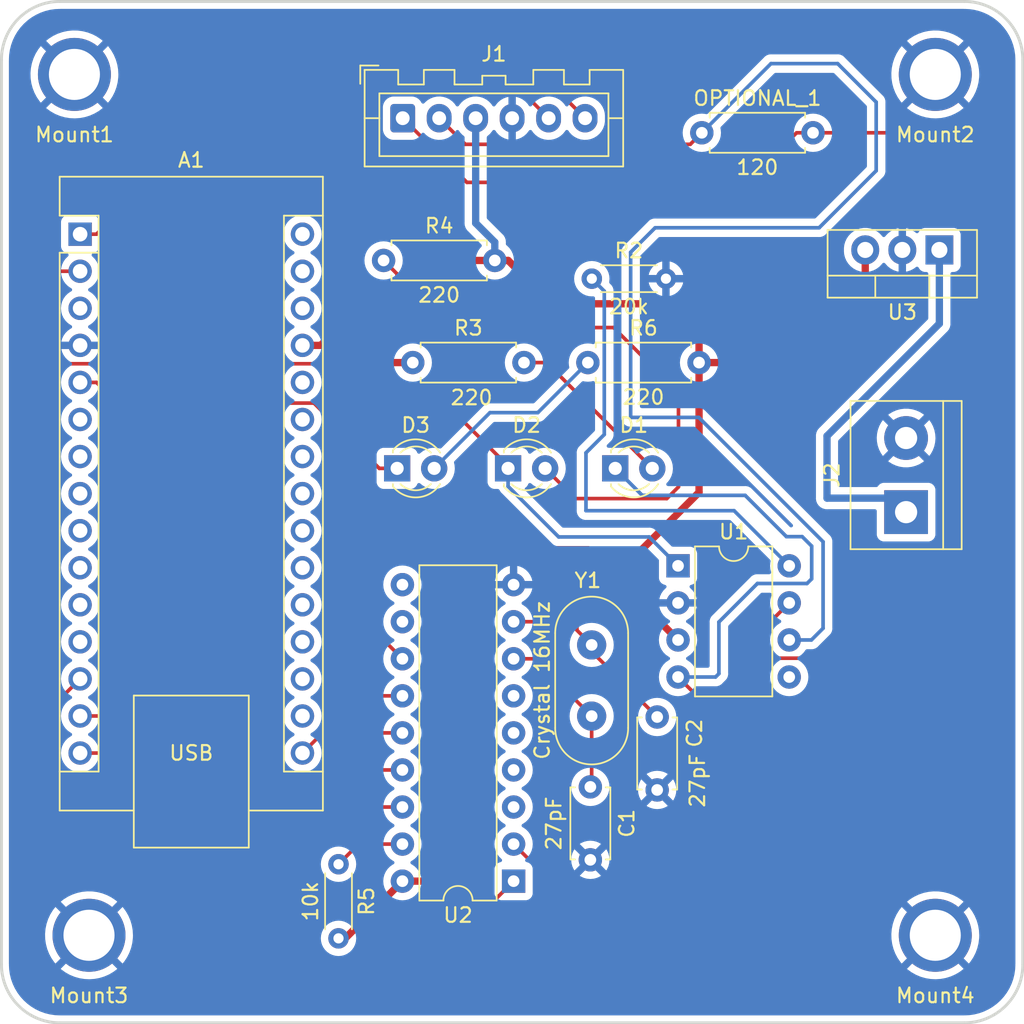
<source format=kicad_pcb>
(kicad_pcb (version 20211014) (generator pcbnew)
  (layers (0 "F.Cu" signal) (31 "B.Cu" signal) (34 "B.Paste" user) (35 "F.Paste" user) (36 "B.SilkS" user "B.Silkscreen") (37 "F.SilkS" user "F.Silkscreen") (38 "B.Mask" user) (39 "F.Mask" user) (44 "Edge.Cuts" user))
  (net 0 "")
  (net 1 "NEX_RX")
  (net 2 "NEX_TX")
  (net 4 "GND")
  (net 5 "NANO 2")
  (net 13 "D10")
  (net 14 "D11")
  (net 15 "D12")
  (net 16 "D13")
  (net 27 "5V")
  (net 31 "/Osc Cap 1")
  (net 32 "/Osc Cap 2")
  (net 33 "CAN_RX")
  (net 34 "/Recive LED")
  (net 35 "CAN_TX")
  (net 36 "/Transmit LED")
  (net 37 "/Nano Com LED")
  (net 38 "CANH")
  (net 39 "CANL")
  (net 40 "12V")
  (net 41 "/Rs Pin")
  (net 47 "/Reset Pin")
  (footprint "Resistor_THT:R_Axial_DIN0207_L6.3mm_D2.5mm_P7.62mm_Horizontal" (layer "F.Cu") (at 46.19 42.75)
    (fp_text reference "R3" (at 3.81 -2.37) (layer "F.SilkS"))
    (fp_text value "220" (at 4.03 2.4) (layer "F.SilkS"))
    (fp_line (start 0.54 -1.04) (end 0.54 -1.37) (layer "F.SilkS") (width 0.12))
    (fp_line (start 0.54 1.04) (end 0.54 1.37) (layer "F.SilkS") (width 0.12))
    (fp_line (start 7.08 1.37) (end 7.08 1.04) (layer "F.SilkS") (width 0.12))
    (fp_line (start 0.54 1.37) (end 7.08 1.37) (layer "F.SilkS") (width 0.12))
    (fp_line (start 0.54 -1.37) (end 7.08 -1.37) (layer "F.SilkS") (width 0.12))
    (fp_line (start 7.08 -1.37) (end 7.08 -1.04) (layer "F.SilkS") (width 0.12))
    (pad "1" thru_hole circle (at 0 0) (size 1.6 1.6) (drill 0.8) (layers *.Cu *.Mask) (net 27 "5V"))
    (pad "2" thru_hole oval (at 7.62 0) (size 1.6 1.6) (drill 0.8) (layers *.Cu *.Mask) (net 34 "/Recive LED"))
  )
  (footprint "Package_TO_SOT_THT:TO-220-3_Vertical" (layer "F.Cu") (at 82.28 35.03 180)
    (fp_text reference "U3" (at 2.54 -4.27) (layer "F.SilkS"))
    (fp_text value "LM7805_TO220")
    (fp_line (start 7.66 -3.27) (end 7.66 1.371) (layer "F.SilkS") (width 0.12))
    (fp_line (start 0.69 -3.27) (end 0.69 -1.76) (layer "F.SilkS") (width 0.12))
    (fp_line (start -2.58 -3.27) (end -2.58 1.371) (layer "F.SilkS") (width 0.12))
    (fp_line (start -2.58 1.371) (end 7.66 1.371) (layer "F.SilkS") (width 0.12))
    (fp_line (start 4.391 -3.27) (end 4.391 -1.76) (layer "F.SilkS") (width 0.12))
    (fp_line (start -2.58 -3.27) (end 7.66 -3.27) (layer "F.SilkS") (width 0.12))
    (fp_line (start -2.58 -1.76) (end 7.66 -1.76) (layer "F.SilkS") (width 0.12))
    (pad "1" thru_hole rect (at 0 0 180) (size 1.905 2) (drill 1.1) (layers *.Cu *.Mask) (net 40 "12V"))
    (pad "2" thru_hole oval (at 2.54 0 180) (size 1.905 2) (drill 1.1) (layers *.Cu *.Mask) (net 4 "GND"))
    (pad "3" thru_hole oval (at 5.08 0 180) (size 1.905 2) (drill 1.1) (layers *.Cu *.Mask) (net 27 "5V"))
  )
  (footprint "Capacitor_THT:C_Disc_D4.7mm_W2.5mm_P5.00mm" (layer "F.Cu") (at 58.36 71.83 -90)
    (fp_text reference "C1" (at 2.5 -2.5 90) (layer "F.SilkS"))
    (fp_text value "27pF" (at 2.5 2.5 90) (layer "F.SilkS"))
    (fp_line (start 4.97 -1.37) (end 4.97 -1.055) (layer "F.SilkS") (width 0.12))
    (fp_line (start 4.97 1.055) (end 4.97 1.37) (layer "F.SilkS") (width 0.12))
    (fp_line (start 0.03 -1.37) (end 0.03 -1.055) (layer "F.SilkS") (width 0.12))
    (fp_line (start 0.03 -1.37) (end 4.97 -1.37) (layer "F.SilkS") (width 0.12))
    (fp_line (start 0.03 1.37) (end 4.97 1.37) (layer "F.SilkS") (width 0.12))
    (fp_line (start 0.03 1.055) (end 0.03 1.37) (layer "F.SilkS") (width 0.12))
    (pad "1" thru_hole circle (at 0 0 270) (size 1.6 1.6) (drill 0.8) (layers *.Cu *.Mask) (net 31 "/Osc Cap 1"))
    (pad "2" thru_hole circle (at 5 0 270) (size 1.6 1.6) (drill 0.8) (layers *.Cu *.Mask) (net 4 "GND"))
  )
  (footprint "MountingHole:MountingHole_3.5mm_Pad" (layer "F.Cu") (at 82 82)
    (fp_text reference "Mount4" (at 0 4.13) (layer "F.SilkS"))
    (fp_text value "MountingHole_3.5mm_Pad")
    (pad "1" thru_hole circle (at 0 0) (size 5 5) (drill 3.5) (layers *.Cu *.Mask) (net 4 "GND"))
  )
  (footprint "MountingHole:MountingHole_3.5mm_Pad" (layer "F.Cu") (at 82 23)
    (fp_text reference "Mount2" (at 0 4.13) (layer "F.SilkS"))
    (fp_text value "MountingHole_3.5mm_Pad")
    (pad "1" thru_hole circle (at 0 0) (size 5 5) (drill 3.5) (layers *.Cu *.Mask) (net 4 "GND"))
  )
  (footprint "MountingHole:MountingHole_3.5mm_Pad" (layer "F.Cu") (at 24 82)
    (fp_text reference "Mount3" (at 0 4.13) (layer "F.SilkS"))
    (fp_text value "MountingHole_3.5mm_Pad")
    (pad "1" thru_hole circle (at 0 0) (size 5 5) (drill 3.5) (layers *.Cu *.Mask) (net 4 "GND"))
  )
  (footprint "MountingHole:MountingHole_3.5mm_Pad" (layer "F.Cu") (at 23 23)
    (fp_text reference "Mount1" (at 0 4.13) (layer "F.SilkS"))
    (fp_text value "MountingHole_3.5mm_Pad")
    (pad "1" thru_hole circle (at 0 0) (size 5 5) (drill 3.5) (layers *.Cu *.Mask) (net 4 "GND"))
  )
  (footprint "Module:Arduino_Nano" (layer "F.Cu") (at 23.39 33.95)
    (fp_text reference "A1" (at 7.62 -5.08) (layer "F.SilkS"))
    (fp_text value "Arduino_Nano_v2.x")
    (fp_text user "USB" (at 7.62 35.56 unlocked) (layer "F.SilkS"))
    (fp_line (start 16.64 -3.94) (end -1.4 -3.94) (layer "F.SilkS") (width 0.12))
    (fp_line (start -1.4 1.27) (end -1.4 39.5) (layer "F.SilkS") (width 0.12))
    (fp_line (start 16.64 39.5) (end 16.64 -3.94) (layer "F.SilkS") (width 0.12))
    (fp_line (start 13.97 -1.27) (end 13.97 36.83) (layer "F.SilkS") (width 0.12))
    (fp_line (start 11.56 42.04) (end 3.68 42.04) (layer "F.SilkS") (width 0.12))
    (fp_line (start 1.27 1.27) (end 1.27 -1.27) (layer "F.SilkS") (width 0.12))
    (fp_line (start 1.27 1.27) (end 1.27 36.83) (layer "F.SilkS") (width 0.12))
    (fp_line (start -1.4 -3.94) (end -1.4 -1.27) (layer "F.SilkS") (width 0.12))
    (fp_line (start 13.97 36.83) (end 16.64 36.83) (layer "F.SilkS") (width 0.12))
    (fp_line (start 1.27 -1.27) (end -1.4 -1.27) (layer "F.SilkS") (width 0.12))
    (fp_line (start 1.27 36.83) (end -1.4 36.83) (layer "F.SilkS") (width 0.12))
    (fp_line (start 11.56 31.62) (end 11.56 42.04) (layer "F.SilkS") (width 0.12))
    (fp_line (start 1.27 1.27) (end -1.4 1.27) (layer "F.SilkS") (width 0.12))
    (fp_line (start 3.68 42.04) (end 3.68 31.62) (layer "F.SilkS") (width 0.12))
    (fp_line (start 16.64 39.5) (end 11.56 39.5) (layer "F.SilkS") (width 0.12))
    (fp_line (start -1.4 39.5) (end 3.68 39.5) (layer "F.SilkS") (width 0.12))
    (fp_line (start 13.97 -1.27) (end 16.64 -1.27) (layer "F.SilkS") (width 0.12))
    (fp_line (start 3.68 31.62) (end 11.56 31.62) (layer "F.SilkS") (width 0.12))
    (pad "1" thru_hole rect (at 0 0) (size 1.6 1.6) (drill 1) (layers *.Cu *.Mask) (net 1 "NEX_RX"))
    (pad "2" thru_hole oval (at 0 2.54) (size 1.6 1.6) (drill 1) (layers *.Cu *.Mask) (net 2 "NEX_TX"))
    (pad "3" thru_hole oval (at 0 5.08) (size 1.6 1.6) (drill 1) (layers *.Cu *.Mask))
    (pad "4" thru_hole oval (at 0 7.62) (size 1.6 1.6) (drill 1) (layers *.Cu *.Mask) (net 4 "GND"))
    (pad "5" thru_hole oval (at 0 10.16) (size 1.6 1.6) (drill 1) (layers *.Cu *.Mask) (net 5 "NANO 2"))
    (pad "6" thru_hole oval (at 0 12.7) (size 1.6 1.6) (drill 1) (layers *.Cu *.Mask))
    (pad "7" thru_hole oval (at 0 15.24) (size 1.6 1.6) (drill 1) (layers *.Cu *.Mask))
    (pad "8" thru_hole oval (at 0 17.78) (size 1.6 1.6) (drill 1) (layers *.Cu *.Mask))
    (pad "9" thru_hole oval (at 0 20.32) (size 1.6 1.6) (drill 1) (layers *.Cu *.Mask))
    (pad "10" thru_hole oval (at 0 22.86) (size 1.6 1.6) (drill 1) (layers *.Cu *.Mask))
    (pad "11" thru_hole oval (at 0 25.4) (size 1.6 1.6) (drill 1) (layers *.Cu *.Mask))
    (pad "12" thru_hole oval (at 0 27.94) (size 1.6 1.6) (drill 1) (layers *.Cu *.Mask))
    (pad "13" thru_hole oval (at 0 30.48) (size 1.6 1.6) (drill 1) (layers *.Cu *.Mask) (net 13 "D10"))
    (pad "14" thru_hole oval (at 0 33.02) (size 1.6 1.6) (drill 1) (layers *.Cu *.Mask) (net 14 "D11"))
    (pad "15" thru_hole oval (at 0 35.56) (size 1.6 1.6) (drill 1) (layers *.Cu *.Mask) (net 15 "D12"))
    (pad "16" thru_hole oval (at 15.24 35.56) (size 1.6 1.6) (drill 1) (layers *.Cu *.Mask) (net 16 "D13"))
    (pad "17" thru_hole oval (at 15.24 33.02) (size 1.6 1.6) (drill 1) (layers *.Cu *.Mask))
    (pad "18" thru_hole oval (at 15.24 30.48) (size 1.6 1.6) (drill 1) (layers *.Cu *.Mask))
    (pad "19" thru_hole oval (at 15.24 27.94) (size 1.6 1.6) (drill 1) (layers *.Cu *.Mask))
    (pad "20" thru_hole oval (at 15.24 25.4) (size 1.6 1.6) (drill 1) (layers *.Cu *.Mask))
    (pad "21" thru_hole oval (at 15.24 22.86) (size 1.6 1.6) (drill 1) (layers *.Cu *.Mask))
    (pad "22" thru_hole oval (at 15.24 20.32) (size 1.6 1.6) (drill 1) (layers *.Cu *.Mask))
    (pad "23" thru_hole oval (at 15.24 17.78) (size 1.6 1.6) (drill 1) (layers *.Cu *.Mask))
    (pad "24" thru_hole oval (at 15.24 15.24) (size 1.6 1.6) (drill 1) (layers *.Cu *.Mask))
    (pad "25" thru_hole oval (at 15.24 12.7) (size 1.6 1.6) (drill 1) (layers *.Cu *.Mask))
    (pad "26" thru_hole oval (at 15.24 10.16) (size 1.6 1.6) (drill 1) (layers *.Cu *.Mask))
    (pad "27" thru_hole oval (at 15.24 7.62) (size 1.6 1.6) (drill 1) (layers *.Cu *.Mask) (net 27 "5V"))
    (pad "28" thru_hole oval (at 15.24 5.08) (size 1.6 1.6) (drill 1) (layers *.Cu *.Mask))
    (pad "29" thru_hole oval (at 15.24 2.54) (size 1.6 1.6) (drill 1) (layers *.Cu *.Mask))
    (pad "30" thru_hole oval (at 15.24 0) (size 1.6 1.6) (drill 1) (layers *.Cu *.Mask))
  )
  (footprint "Package_DIP:DIP-8_W7.62mm" (layer "F.Cu") (at 64.37 56.68)
    (fp_text reference "U1" (at 3.81 -2.33) (layer "F.SilkS"))
    (fp_text value "MCP2551-I-P")
    (fp_line (start 2.81 -1.33) (end 1.16 -1.33) (layer "F.SilkS") (width 0.12))
    (fp_line (start 6.46 8.95) (end 6.46 -1.33) (layer "F.SilkS") (width 0.12))
    (fp_line (start 1.16 -1.33) (end 1.16 8.95) (layer "F.SilkS") (width 0.12))
    (fp_line (start 1.16 8.95) (end 6.46 8.95) (layer "F.SilkS") (width 0.12))
    (fp_line (start 6.46 -1.33) (end 4.81 -1.33) (layer "F.SilkS") (width 0.12))
    (fp_arc (start 4.81 -1.33) (mid 3.81 -0.33) (end 2.81 -1.33) (layer "F.SilkS") (width 0.12))
    (pad "1" thru_hole rect (at 0 0) (size 1.6 1.6) (drill 0.8) (layers *.Cu *.Mask) (net 35 "CAN_TX"))
    (pad "2" thru_hole oval (at 0 2.54) (size 1.6 1.6) (drill 0.8) (layers *.Cu *.Mask) (net 4 "GND"))
    (pad "3" thru_hole oval (at 0 5.08) (size 1.6 1.6) (drill 0.8) (layers *.Cu *.Mask) (net 27 "5V"))
    (pad "4" thru_hole oval (at 0 7.62) (size 1.6 1.6) (drill 0.8) (layers *.Cu *.Mask) (net 33 "CAN_RX"))
    (pad "5" thru_hole oval (at 7.62 7.62) (size 1.6 1.6) (drill 0.8) (layers *.Cu *.Mask))
    (pad "6" thru_hole oval (at 7.62 5.08) (size 1.6 1.6) (drill 0.8) (layers *.Cu *.Mask) (net 39 "CANL"))
    (pad "7" thru_hole oval (at 7.62 2.54) (size 1.6 1.6) (drill 0.8) (layers *.Cu *.Mask) (net 38 "CANH"))
    (pad "8" thru_hole oval (at 7.62 0) (size 1.6 1.6) (drill 0.8) (layers *.Cu *.Mask) (net 41 "/Rs Pin"))
  )
  (footprint "Resistor_THT:R_Axial_DIN0204_L3.6mm_D1.6mm_P5.08mm_Horizontal" (layer "F.Cu") (at 41.1 77.13 -90)
    (fp_text reference "R5" (at 2.54 -1.92 90) (layer "F.SilkS"))
    (fp_text value "10k" (at 2.54 1.92 90) (layer "F.SilkS"))
    (fp_line (start 0.62 -0.92) (end 4.46 -0.92) (layer "F.SilkS") (width 0.12))
    (fp_line (start 0.62 0.92) (end 4.46 0.92) (layer "F.SilkS") (width 0.12))
    (pad "1" thru_hole circle (at 0 0 270) (size 1.4 1.4) (drill 0.7) (layers *.Cu *.Mask) (net 47 "/Reset Pin"))
    (pad "2" thru_hole oval (at 5.08 0 270) (size 1.4 1.4) (drill 0.7) (layers *.Cu *.Mask) (net 27 "5V"))
  )
  (footprint "LED_THT:LED_D3.0mm" (layer "F.Cu") (at 52.7213 50)
    (fp_text reference "D2" (at 1.27 -2.96) (layer "F.SilkS"))
    (fp_text value "TX COM")
    (fp_line (start -0.29 1.08) (end -0.29 1.236) (layer "F.SilkS") (width 0.12))
    (fp_line (start -0.29 -1.236) (end -0.29 -1.08) (layer "F.SilkS") (width 0.12))
    (fp_arc (start 2.31113 1.079837) (mid 1.270117 1.5) (end 0.229039 1.08) (layer "F.SilkS") (width 0.12))
    (fp_arc (start 0.229039 -1.08) (mid 1.270117 -1.5) (end 2.31113 -1.079837) (layer "F.SilkS") (width 0.12))
    (fp_arc (start -0.29 -1.235516) (mid 1.366487 -1.987659) (end 2.942335 -1.078608) (layer "F.SilkS") (width 0.12))
    (fp_arc (start 2.942335 1.078608) (mid 1.366487 1.987659) (end -0.29 1.235516) (layer "F.SilkS") (width 0.12))
    (pad "1" thru_hole rect (at 0 0) (size 1.8 1.8) (drill 0.9) (layers *.Cu *.Mask) (net 35 "CAN_TX"))
    (pad "2" thru_hole circle (at 2.54 0) (size 1.8 1.8) (drill 0.9) (layers *.Cu *.Mask) (net 36 "/Transmit LED"))
  )
  (footprint "Osc:9B-16.000MAAJ-B" (layer "F.Cu") (at 58.45 64.54 180)
    (fp_text reference "Y1" (at 0.26 6.86) (layer "F.SilkS"))
    (fp_text value "Crystal 16MHz" (at 3.39 0.01 90) (layer "F.SilkS"))
    (fp_line (start 2.5 3.25) (end 2.5 -3.25) (layer "F.SilkS") (width 0.12))
    (fp_line (start -2.5 3.25) (end -2.5 -3.25) (layer "F.SilkS") (width 0.12))
    (fp_arc (start 2.5 3.25) (mid 0 5.75) (end -2.5 3.25) (layer "F.SilkS") (width 0.12))
    (fp_arc (start -2.5 -3.25) (mid 0 -5.75) (end 2.5 -3.25) (layer "F.SilkS") (width 0.12))
    (pad "1" thru_hole circle locked (at 0 -2.44 180) (size 2 2) (drill 0.8) (layers *.Cu *.Mask) (net 31 "/Osc Cap 1"))
    (pad "2" thru_hole circle locked (at 0 2.44 180) (size 2 2) (drill 0.8) (layers *.Cu *.Mask) (net 32 "/Osc Cap 2"))
  )
  (footprint "LED_THT:LED_D3.0mm" (layer "F.Cu") (at 60.0658 50.0005)
    (fp_text reference "D1" (at 1.27 -2.96) (layer "F.SilkS"))
    (fp_text value "RX COM")
    (fp_line (start -0.29 -1.236) (end -0.29 -1.08) (layer "F.SilkS") (width 0.12))
    (fp_line (start -0.29 1.08) (end -0.29 1.236) (layer "F.SilkS") (width 0.12))
    (fp_arc (start 0.229039 -1.08) (mid 1.270117 -1.5) (end 2.31113 -1.079837) (layer "F.SilkS") (width 0.12))
    (fp_arc (start 2.942335 1.078608) (mid 1.366487 1.987659) (end -0.29 1.235516) (layer "F.SilkS") (width 0.12))
    (fp_arc (start -0.29 -1.235516) (mid 1.366487 -1.987659) (end 2.942335 -1.078608) (layer "F.SilkS") (width 0.12))
    (fp_arc (start 2.31113 1.079837) (mid 1.270117 1.5) (end 0.229039 1.08) (layer "F.SilkS") (width 0.12))
    (pad "1" thru_hole rect (at 0 0) (size 1.8 1.8) (drill 0.9) (layers *.Cu *.Mask) (net 33 "CAN_RX"))
    (pad "2" thru_hole circle (at 2.54 0) (size 1.8 1.8) (drill 0.9) (layers *.Cu *.Mask) (net 34 "/Recive LED"))
  )
  (footprint "Package_DIP:DIP-18_W7.62mm" (layer "F.Cu") (at 53.1 78.29 180)
    (fp_text reference "U2" (at 3.81 -2.33) (layer "F.SilkS"))
    (fp_text value "MCP2515-xSO")
    (fp_line (start 6.46 -1.33) (end 4.81 -1.33) (layer "F.SilkS") (width 0.12))
    (fp_line (start 6.46 21.65) (end 6.46 -1.33) (layer "F.SilkS") (width 0.12))
    (fp_line (start 1.16 21.65) (end 6.46 21.65) (layer "F.SilkS") (width 0.12))
    (fp_line (start 1.16 -1.33) (end 1.16 21.65) (layer "F.SilkS") (width 0.12))
    (fp_line (start 2.81 -1.33) (end 1.16 -1.33) (layer "F.SilkS") (width 0.12))
    (fp_arc (start 4.81 -1.33) (mid 3.81 -0.33) (end 2.81 -1.33) (layer "F.SilkS") (width 0.12))
    (pad "1" thru_hole rect (at 0 0 180) (size 1.6 1.6) (drill 0.8) (layers *.Cu *.Mask) (net 35 "CAN_TX"))
    (pad "2" thru_hole oval (at 0 2.54 180) (size 1.6 1.6) (drill 0.8) (layers *.Cu *.Mask) (net 33 "CAN_RX"))
    (pad "3" thru_hole oval (at 0 5.08 180) (size 1.6 1.6) (drill 0.8) (layers *.Cu *.Mask))
    (pad "4" thru_hole oval (at 0 7.62 180) (size 1.6 1.6) (drill 0.8) (layers *.Cu *.Mask))
    (pad "5" thru_hole oval (at 0 10.16 180) (size 1.6 1.6) (drill 0.8) (layers *.Cu *.Mask))
    (pad "6" thru_hole oval (at 0 12.7 180) (size 1.6 1.6) (drill 0.8) (layers *.Cu *.Mask))
    (pad "7" thru_hole oval (at 0 15.24 180) (size 1.6 1.6) (drill 0.8) (layers *.Cu *.Mask) (net 31 "/Osc Cap 1"))
    (pad "8" thru_hole oval (at 0 17.78 180) (size 1.6 1.6) (drill 0.8) (layers *.Cu *.Mask) (net 32 "/Osc Cap 2"))
    (pad "9" thru_hole oval (at 0 20.32 180) (size 1.6 1.6) (drill 0.8) (layers *.Cu *.Mask) (net 4 "GND"))
    (pad "10" thru_hole oval (at 7.62 20.32 180) (size 1.6 1.6) (drill 0.8) (layers *.Cu *.Mask))
    (pad "11" thru_hole oval (at 7.62 17.78 180) (size 1.6 1.6) (drill 0.8) (layers *.Cu *.Mask))
    (pad "12" thru_hole oval (at 7.62 15.24 180) (size 1.6 1.6) (drill 0.8) (layers *.Cu *.Mask) (net 5 "NANO 2"))
    (pad "13" thru_hole oval (at 7.62 12.7 180) (size 1.6 1.6) (drill 0.8) (layers *.Cu *.Mask) (net 16 "D13"))
    (pad "14" thru_hole oval (at 7.62 10.16 180) (size 1.6 1.6) (drill 0.8) (layers *.Cu *.Mask) (net 14 "D11"))
    (pad "15" thru_hole oval (at 7.62 7.62 180) (size 1.6 1.6) (drill 0.8) (layers *.Cu *.Mask) (net 15 "D12"))
    (pad "16" thru_hole oval (at 7.62 5.08 180) (size 1.6 1.6) (drill 0.8) (layers *.Cu *.Mask) (net 13 "D10"))
    (pad "17" thru_hole oval (at 7.62 2.54 180) (size 1.6 1.6) (drill 0.8) (layers *.Cu *.Mask) (net 47 "/Reset Pin"))
    (pad "18" thru_hole oval (at 7.62 0 180) (size 1.6 1.6) (drill 0.8) (layers *.Cu *.Mask) (net 27 "5V"))
  )
  (footprint "Capacitor_THT:C_Disc_D4.7mm_W2.5mm_P5.00mm" (layer "F.Cu") (at 62.94 67.04 -90)
    (fp_text reference "C2" (at 1.11 -2.56 90) (layer "F.SilkS"))
    (fp_text value "27pF" (at 4.36 -2.76 90) (layer "F.SilkS"))
    (fp_line (start 4.97 1.055) (end 4.97 1.37) (layer "F.SilkS") (width 0.12))
    (fp_line (start 0.03 1.37) (end 4.97 1.37) (layer "F.SilkS") (width 0.12))
    (fp_line (start 0.03 -1.37) (end 0.03 -1.055) (layer "F.SilkS") (width 0.12))
    (fp_line (start 4.97 -1.37) (end 4.97 -1.055) (layer "F.SilkS") (width 0.12))
    (fp_line (start 0.03 1.055) (end 0.03 1.37) (layer "F.SilkS") (width 0.12))
    (fp_line (start 0.03 -1.37) (end 4.97 -1.37) (layer "F.SilkS") (width 0.12))
    (pad "1" thru_hole circle (at 0 0 270) (size 1.6 1.6) (drill 0.8) (layers *.Cu *.Mask) (net 32 "/Osc Cap 2"))
    (pad "2" thru_hole circle (at 5 0 270) (size 1.6 1.6) (drill 0.8) (layers *.Cu *.Mask) (net 4 "GND"))
  )
  (footprint "TerminalBlock:TerminalBlock_bornier-2_P5.08mm" (layer "F.Cu") (at 80 53 90)
    (fp_text reference "J2" (at 2.54 -5.08 90) (layer "F.SilkS"))
    (fp_text value "Screw_Terminal_01x02")
    (fp_line (start 7.62 2.54) (end -2.54 2.54) (layer "F.SilkS") (width 0.12))
    (fp_line (start 7.62 -3.81) (end -2.54 -3.81) (layer "F.SilkS") (width 0.12))
    (fp_line (start -2.54 3.81) (end 7.62 3.81) (layer "F.SilkS") (width 0.12))
    (fp_line (start -2.54 -3.81) (end -2.54 3.81) (layer "F.SilkS") (width 0.12))
    (fp_line (start 7.62 3.81) (end 7.62 -3.81) (layer "F.SilkS") (width 0.12))
    (pad "1" thru_hole rect (at 0 0 90) (size 3 3) (drill 1.52) (layers *.Cu *.Mask) (net 40 "12V"))
    (pad "2" thru_hole circle (at 5.08 0 90) (size 3 3) (drill 1.52) (layers *.Cu *.Mask) (net 4 "GND"))
  )
  (footprint "Resistor_THT:R_Axial_DIN0207_L6.3mm_D2.5mm_P7.62mm_Horizontal" (layer "F.Cu") (at 58.19 42.75)
    (fp_text reference "R6" (at 3.81 -2.37) (layer "F.SilkS"))
    (fp_text value "220" (at 3.81 2.37) (layer "F.SilkS"))
    (fp_line (start 7.08 1.37) (end 7.08 1.04) (layer "F.SilkS") (width 0.12))
    (fp_line (start 0.54 -1.37) (end 7.08 -1.37) (layer "F.SilkS") (width 0.12))
    (fp_line (start 7.08 -1.37) (end 7.08 -1.04) (layer "F.SilkS") (width 0.12))
    (fp_line (start 0.54 1.37) (end 7.08 1.37) (layer "F.SilkS") (width 0.12))
    (fp_line (start 0.54 1.04) (end 0.54 1.37) (layer "F.SilkS") (width 0.12))
    (fp_line (start 0.54 -1.04) (end 0.54 -1.37) (layer "F.SilkS") (width 0.12))
    (pad "1" thru_hole circle (at 0 0) (size 1.6 1.6) (drill 0.8) (layers *.Cu *.Mask) (net 37 "/Nano Com LED"))
    (pad "2" thru_hole oval (at 7.62 0) (size 1.6 1.6) (drill 0.8) (layers *.Cu *.Mask) (net 27 "5V"))
  )
  (footprint "Connector_JST:JST_XA_B06B-XASK-1_1x06_P2.50mm_Vertical" (layer "F.Cu") (at 45.5 26)
    (fp_text reference "J1" (at 6.25 -4.4) (layer "F.SilkS"))
    (fp_text value "Conn_01x06_Male")
    (fp_line (start 1.45 -3.31) (end 1.45 -2.31) (layer "F.SilkS") (width 0.12))
    (fp_line (start 1.45 -2.31) (end -0.31 -2.31) (layer "F.SilkS") (width 0.12))
    (fp_line (start 8.95 -2.31) (end 7.05 -2.31) (layer "F.SilkS") (width 0.12))
    (fp_line (start -0.31 -3.31) (end -2.61 -3.31) (layer "F.SilkS") (width 0.12))
    (fp_line (start 11.05 -3.31) (end 8.95 -3.31) (layer "F.SilkS") (width 0.12))
    (fp_line (start -1.66 -3.61) (end -2.91 -3.61) (layer "F.SilkS") (width 0.12))
    (fp_line (start 14.1 2.6) (end 14.1 -1.7) (layer "F.SilkS") (width 0.12))
    (fp_line (start -0.31 -2.31) (end -0.31 -3.31) (layer "F.SilkS") (width 0.12))
    (fp_line (start 11.05 -2.31) (end 11.05 -3.31) (layer "F.SilkS") (width 0.12))
    (fp_line (start 8.95 -3.31) (end 8.95 -2.31) (layer "F.SilkS") (width 0.12))
    (fp_line (start -2.61 0) (end -1.6 0) (layer "F.SilkS") (width 0.12))
    (fp_line (start 14.1 -1.7) (end -1.6 -1.7) (layer "F.SilkS") (width 0.12))
    (fp_line (start -2.61 -3.31) (end -2.61 3.31) (layer "F.SilkS") (width 0.12))
    (fp_line (start 12.81 -3.31) (end 12.81 -2.31) (layer "F.SilkS") (width 0.12))
    (fp_line (start -1.6 2.6) (end 14.1 2.6) (layer "F.SilkS") (width 0.12))
    (fp_line (start -2.61 3.31) (end 15.11 3.31) (layer "F.SilkS") (width 0.12))
    (fp_line (start 3.55 -2.31) (end 3.55 -3.31) (layer "F.SilkS") (width 0.12))
    (fp_line (start -2.91 -3.61) (end -2.91 -2.36) (layer "F.SilkS") (width 0.12))
    (fp_line (start 5.45 -2.91) (end 5.45 -2.31) (layer "F.SilkS") (width 0.12))
    (fp_line (start 12.81 -2.31) (end 11.05 -2.31) (layer "F.SilkS") (width 0.12))
    (fp_line (start 5.45 -2.31) (end 3.55 -2.31) (layer "F.SilkS") (width 0.12))
    (fp_line (start 15.11 0) (end 14.1 0) (layer "F.SilkS") (width 0.12))
    (fp_line (start -1.6 -1.7) (end -1.6 2.6) (layer "F.SilkS") (width 0.12))
    (fp_line (start 15.11 -3.31) (end 12.81 -3.31) (layer "F.SilkS") (width 0.12))
    (fp_line (start 3.55 -3.31) (end 1.45 -3.31) (layer "F.SilkS") (width 0.12))
    (fp_line (start 7.05 -2.31) (end 7.05 -2.91) (layer "F.SilkS") (width 0.12))
    (fp_line (start 7.05 -2.91) (end 5.45 -2.91) (layer "F.SilkS") (width 0.12))
    (fp_line (start 15.11 3.31) (end 15.11 -3.31) (layer "F.SilkS") (width 0.12))
    (pad "1" thru_hole roundrect (at 0 0) (size 1.7 1.95) (drill 0.95) (layers *.Cu *.Mask) (roundrect_rratio 0.147059) (net 38 "CANH"))
    (pad "2" thru_hole oval (at 2.5 0) (size 1.7 1.95) (drill 0.95) (layers *.Cu *.Mask) (net 39 "CANL"))
    (pad "3" thru_hole oval (at 5 0) (size 1.7 1.95) (drill 0.95) (layers *.Cu *.Mask) (net 27 "5V"))
    (pad "4" thru_hole oval (at 7.5 0) (size 1.7 1.95) (drill 0.95) (layers *.Cu *.Mask) (net 4 "GND"))
    (pad "5" thru_hole oval (at 10 0) (size 1.7 1.95) (drill 0.95) (layers *.Cu *.Mask) (net 1 "NEX_RX"))
    (pad "6" thru_hole oval (at 12.5 0) (size 1.7 1.95) (drill 0.95) (layers *.Cu *.Mask) (net 2 "NEX_TX"))
  )
  (footprint "Resistor_THT:R_Axial_DIN0207_L6.3mm_D2.5mm_P7.62mm_Horizontal" (layer "F.Cu") (at 66 27)
    (fp_text reference "OPTIONAL_1" (at 3.81 -2.37) (layer "F.SilkS"))
    (fp_text value "120" (at 3.81 2.37) (layer "F.SilkS"))
    (fp_line (start 0.54 1.37) (end 7.08 1.37) (layer "F.SilkS") (width 0.12))
    (fp_line (start 0.54 1.04) (end 0.54 1.37) (layer "F.SilkS") (width 0.12))
    (fp_line (start 7.08 -1.37) (end 7.08 -1.04) (layer "F.SilkS") (width 0.12))
    (fp_line (start 0.54 -1.04) (end 0.54 -1.37) (layer "F.SilkS") (width 0.12))
    (fp_line (start 0.54 -1.37) (end 7.08 -1.37) (layer "F.SilkS") (width 0.12))
    (fp_line (start 7.08 1.37) (end 7.08 1.04) (layer "F.SilkS") (width 0.12))
    (pad "1" thru_hole circle (at 0 0) (size 1.6 1.6) (drill 0.8) (layers *.Cu *.Mask) (net 39 "CANL"))
    (pad "2" thru_hole oval (at 7.62 0) (size 1.6 1.6) (drill 0.8) (layers *.Cu *.Mask) (net 38 "CANH"))
  )
  (footprint "Resistor_THT:R_Axial_DIN0204_L3.6mm_D1.6mm_P5.08mm_Horizontal" (layer "F.Cu") (at 58.46 37)
    (fp_text reference "R2" (at 2.54 -1.92) (layer "F.SilkS"))
    (fp_text value "20k" (at 2.54 1.92) (layer "F.SilkS"))
    (fp_line (start 0.62 0.92) (end 4.46 0.92) (layer "F.SilkS") (width 0.12))
    (fp_line (start 0.62 -0.92) (end 4.46 -0.92) (layer "F.SilkS") (width 0.12))
    (pad "1" thru_hole circle (at 0 0) (size 1.4 1.4) (drill 0.7) (layers *.Cu *.Mask) (net 41 "/Rs Pin"))
    (pad "2" thru_hole oval (at 5.08 0) (size 1.4 1.4) (drill 0.7) (layers *.Cu *.Mask) (net 4 "GND"))
  )
  (footprint "Resistor_THT:R_Axial_DIN0207_L6.3mm_D2.5mm_P7.62mm_Horizontal" (layer "F.Cu") (at 44.19 35.75)
    (fp_text reference "R4" (at 3.81 -2.37) (layer "F.SilkS"))
    (fp_text value "220" (at 3.81 2.37) (layer "F.SilkS"))
    (fp_line (start 7.08 1.37) (end 7.08 1.04) (layer "F.SilkS") (width 0.12))
    (fp_line (start 7.08 -1.37) (end 7.08 -1.04) (layer "F.SilkS") (width 0.12))
    (fp_line (start 0.54 1.04) (end 0.54 1.37) (layer "F.SilkS") (width 0.12))
    (fp_line (start 0.54 -1.37) (end 7.08 -1.37) (layer "F.SilkS") (width 0.12))
    (fp_line (start 0.54 -1.04) (end 0.54 -1.37) (layer "F.SilkS") (width 0.12))
    (fp_line (start 0.54 1.37) (end 7.08 1.37) (layer "F.SilkS") (width 0.12))
    (pad "1" thru_hole circle (at 0 0) (size 1.6 1.6) (drill 0.8) (layers *.Cu *.Mask) (net 36 "/Transmit LED"))
    (pad "2" thru_hole oval (at 7.62 0) (size 1.6 1.6) (drill 0.8) (layers *.Cu *.Mask) (net 27 "5V"))
  )
  (footprint "LED_THT:LED_D3.0mm" (layer "F.Cu") (at 45.1181 50)
    (fp_text reference "D3" (at 1.27 -2.96) (layer "F.SilkS"))
    (fp_text value "NANO COM")
    (fp_line (start -0.29 -1.236) (end -0.29 -1.08) (layer "F.SilkS") (width 0.12))
    (fp_line (start -0.29 1.08) (end -0.29 1.236) (layer "F.SilkS") (width 0.12))
    (fp_arc (start 2.31113 1.079837) (mid 1.270117 1.5) (end 0.229039 1.08) (layer "F.SilkS") (width 0.12))
    (fp_arc (start 0.229039 -1.08) (mid 1.270117 -1.5) (end 2.31113 -1.079837) (layer "F.SilkS") (width 0.12))
    (fp_arc (start 2.942335 1.078608) (mid 1.366487 1.987659) (end -0.29 1.235516) (layer "F.SilkS") (width 0.12))
    (fp_arc (start -0.29 -1.235516) (mid 1.366487 -1.987659) (end 2.942335 -1.078608) (layer "F.SilkS") (width 0.12))
    (pad "1" thru_hole rect (at 0 0) (size 1.8 1.8) (drill 0.9) (layers *.Cu *.Mask) (net 5 "NANO 2"))
    (pad "2" thru_hole circle (at 2.54 0) (size 1.8 1.8) (drill 0.9) (layers *.Cu *.Mask) (net 37 "/Nano Com LED"))
  )
  (gr_line (start 84 88) (end 22 88) (layer "Edge.Cuts") (width 0.2))
  (gr_line (start 88 22) (end 88 84) (layer "Edge.Cuts") (width 0.2))
  (gr_line (start 22 18) (end 84 18) (layer "Edge.Cuts") (width 0.2))
  (gr_arc (start 18 22) (mid 19.171573 19.171573) (end 22 18) (layer "Edge.Cuts") (width 0.2))
  (gr_arc (start 22 88) (mid 19.171573 86.828427) (end 18 84) (layer "Edge.Cuts") (width 0.2))
  (gr_arc (start 88 84) (mid 86.828427 86.828427) (end 84 88) (layer "Edge.Cuts") (width 0.2))
  (gr_arc (start 84 18) (mid 86.828427 19.171573) (end 88 22) (layer "Edge.Cuts") (width 0.2))
  (gr_line (start 18 84) (end 18 22) (layer "Edge.Cuts") (width 0.2))
  (segment (start 34.262 24.2031) (end 53.7031 24.2031) (width 0.25) (layer "F.Cu") (net 1))
  (segment (start 24.5151 33.95) (end 34.262 24.2031) (width 0.25) (layer "F.Cu") (net 1))
  (segment (start 53.7031 24.2031) (end 55.5 26) (width 0.25) (layer "F.Cu") (net 1))
  (segment (start 23.39 33.95) (end 24.5151 33.95) (width 0.25) (layer "F.Cu") (net 1))
  (segment (start 21 32) (end 21 36) (width 0.25) (layer "F.Cu") (net 2))
  (segment (start 33 22.5) (end 24 31.5) (width 0.25) (layer "F.Cu") (net 2))
  (segment (start 21.49 36.49) (end 23.39 36.49) (width 0.25) (layer "F.Cu") (net 2))
  (segment (start 21.5 31.5) (end 21 32) (width 0.25) (layer "F.Cu") (net 2))
  (segment (start 21 36) (end 21.49 36.49) (width 0.25) (layer "F.Cu") (net 2))
  (segment (start 24 31.5) (end 21.5 31.5) (width 0.25) (layer "F.Cu") (net 2))
  (segment (start 54.5 22.5) (end 33 22.5) (width 0.25) (layer "F.Cu") (net 2))
  (segment (start 58 26) (end 54.5 22.5) (width 0.25) (layer "F.Cu") (net 2))
  (segment (start 45.48 63.05) (end 41.9015 59.4715) (width 0.25) (layer "F.Cu") (net 5))
  (segment (start 44.5056 50) (end 43.893 50) (width 0.25) (layer "F.Cu") (net 5))
  (segment (start 23.39 44.11) (end 24.5151 44.11) (width 0.25) (layer "F.Cu") (net 5))
  (segment (start 41.9015 59.4715) (end 41.9015 48.0085) (width 0.25) (layer "F.Cu") (net 5))
  (segment (start 25.9299 45.5248) (end 24.5151 44.11) (width 0.25) (layer "F.Cu") (net 5))
  (segment (start 41.9015 48.0085) (end 39.4178 45.5248) (width 0.25) (layer "F.Cu") (net 5))
  (segment (start 43.893 50) (end 41.9015 48.0085) (width 0.25) (layer "F.Cu") (net 5))
  (segment (start 45.1181 50) (end 44.5056 50) (width 0.25) (layer "F.Cu") (net 5))
  (segment (start 39.4178 45.5248) (end 25.9299 45.5248) (width 0.25) (layer "F.Cu") (net 5))
  (segment (start 45.48 73.21) (end 42.11 73.21) (width 0.25) (layer "F.Cu") (net 13))
  (segment (start 20.61 72) (end 20.61 67.21) (width 0.25) (layer "F.Cu") (net 13))
  (segment (start 42.11 73.21) (end 40.14 75.18) (width 0.25) (layer "F.Cu") (net 13))
  (segment (start 20.61 67.21) (end 23.39 64.43) (width 0.25) (layer "F.Cu") (net 13))
  (segment (start 40.14 75.18) (end 23.79 75.18) (width 0.25) (layer "F.Cu") (net 13))
  (segment (start 23.79 75.18) (end 20.61 72) (width 0.25) (layer "F.Cu") (net 13))
  (segment (start 45.48 68.13) (end 42.8 68.13) (width 0.25) (layer "F.Cu") (net 14))
  (segment (start 29.33 66.97) (end 23.39 66.97) (width 0.25) (layer "F.Cu") (net 14))
  (segment (start 34.41 72.05) (end 29.33 66.97) (width 0.25) (layer "F.Cu") (net 14))
  (segment (start 42.8 68.13) (end 38.88 72.05) (width 0.25) (layer "F.Cu") (net 14))
  (segment (start 38.88 72.05) (end 34.41 72.05) (width 0.25) (layer "F.Cu") (net 14))
  (segment (start 40.25 73.09) (end 32.68 73.09) (width 0.25) (layer "F.Cu") (net 15))
  (segment (start 45.48 70.67) (end 42.67 70.67) (width 0.25) (layer "F.Cu") (net 15))
  (segment (start 32.68 73.09) (end 29.1 69.51) (width 0.25) (layer "F.Cu") (net 15))
  (segment (start 29.1 69.51) (end 23.39 69.51) (width 0.25) (layer "F.Cu") (net 15))
  (segment (start 42.67 70.67) (end 40.25 73.09) (width 0.25) (layer "F.Cu") (net 15))
  (segment (start 45.48 65.59) (end 42.55 65.59) (width 0.25) (layer "F.Cu") (net 16))
  (segment (start 42.55 65.59) (end 38.63 69.51) (width 0.25) (layer "F.Cu") (net 16))
  (segment (start 38.63 41.57) (end 39.8801 41.57) (width 0.5) (layer "F.Cu") (net 27))
  (segment (start 55.7 38.72) (end 52.73 35.75) (width 0.5) (layer "F.Cu") (net 27))
  (segment (start 47.12 78.29) (end 47.83 77.58) (width 0.5) (layer "F.Cu") (net 27))
  (segment (start 43.31 32.78) (end 41.0601 35.0299) (width 0.5) (layer "F.Cu") (net 27))
  (segment (start 41.0601 40.39) (end 41.0601 40.9101) (width 0.5) (layer "F.Cu") (net 27))
  (segment (start 41.0601 40.39) (end 39.8801 41.57) (width 0.5) (layer "F.Cu") (net 27))
  (segment (start 47.83 55.57) (end 58.18 55.57) (width 0.5) (layer "F.Cu") (net 27))
  (segment (start 52.73 35.75) (end 51.81 35.75) (width 0.5) (layer "F.Cu") (net 27))
  (segment (start 65.81 42.75) (end 65.81 39.91) (width 0.5) (layer "F.Cu") (net 27))
  (segment (start 41.0601 35.0299) (end 41.0601 40.39) (width 0.5) (layer "F.Cu") (net 27))
  (segment (start 75.33 42.75) (end 65.81 42.75) (width 0.5) (layer "F.Cu") (net 27))
  (segment (start 42.9 42.75) (end 46.19 42.75) (width 0.5) (layer "F.Cu") (net 27))
  (segment (start 60.03 57.42) (end 64.37 61.76) (width 0.5) (layer "F.Cu") (net 27))
  (segment (start 58.18 55.57) (end 60.03 57.42) (width 0.5) (layer "F.Cu") (net 27))
  (segment (start 47.83 77.58) (end 47.83 55.57) (width 0.5) (layer "F.Cu") (net 27))
  (segment (start 41.56 82.21) (end 41.1 82.21) (width 0.5) (layer "F.Cu") (net 27))
  (segment (start 45.48 78.29) (end 47.12 78.29) (width 0.5) (layer "F.Cu") (net 27))
  (segment (start 46.72 32.78) (end 43.31 32.78) (width 0.5) (layer "F.Cu") (net 27))
  (segment (start 41.0601 40.9101) (end 42.9 42.75) (width 0.5) (layer "F.Cu") (net 27))
  (segment (start 65.81 51.64) (end 60.03 57.42) (width 0.5) (layer "F.Cu") (net 27))
  (segment (start 77.2 40.88) (end 77.2 35.03) (width 0.5) (layer "F.Cu") (net 27))
  (segment (start 49.69 35.75) (end 46.72 32.78) (width 0.5) (layer "F.Cu") (net 27))
  (segment (start 65.81 42.75) (end 65.81 51.64) (width 0.5) (layer "F.Cu") (net 27))
  (segment (start 75.33 42.75) (end 77.2 40.88) (width 0.5) (layer "F.Cu") (net 27))
  (segment (start 45.48 78.29) (end 41.56 82.21) (width 0.5) (layer "F.Cu") (net 27))
  (segment (start 65.81 39.91) (end 64.62 38.72) (width 0.5) (layer "F.Cu") (net 27))
  (segment (start 51.81 35.75) (end 49.69 35.75) (width 0.5) (layer "F.Cu") (net 27))
  (segment (start 64.62 38.72) (end 55.7 38.72) (width 0.5) (layer "F.Cu") (net 27))
  (segment (start 50.5 33.1899) (end 50.5 26) (width 0.5) (layer "B.Cu") (net 27))
  (segment (start 51.81 35.75) (end 51.81 34.4999) (width 0.5) (layer "B.Cu") (net 27))
  (segment (start 51.81 34.4999) (end 50.5 33.1899) (width 0.5) (layer "B.Cu") (net 27))
  (segment (start 58.45 71.74) (end 58.45 66.98) (width 0.25) (layer "F.Cu") (net 31))
  (segment (start 54.52 63.05) (end 53.1 63.05) (width 0.25) (layer "F.Cu") (net 31))
  (segment (start 58.36 71.83) (end 58.45 71.74) (width 0.25) (layer "F.Cu") (net 31))
  (segment (start 58.45 66.98) (end 54.52 63.05) (width 0.25) (layer "F.Cu") (net 31))
  (segment (start 62.94 67.04) (end 58.45 62.55) (width 0.25) (layer "F.Cu") (net 32))
  (segment (start 57.44 60.55) (end 57.4 60.51) (width 0.25) (layer "F.Cu") (net 32))
  (segment (start 57.44 61.09) (end 57.44 60.55) (width 0.25) (layer "F.Cu") (net 32))
  (segment (start 57.4 60.51) (end 53.1 60.51) (width 0.25) (layer "F.Cu") (net 32))
  (segment (start 58.45 62.1) (end 57.44 61.09) (width 0.25) (layer "F.Cu") (net 32))
  (segment (start 58.45 62.55) (end 58.45 62.1) (width 0.25) (layer "F.Cu") (net 32))
  (segment (start 69.16 69.09) (end 69.16 73.49) (width 0.25) (layer "F.Cu") (net 33))
  (segment (start 60.51 82.14) (end 59.49 82.14) (width 0.25) (layer "F.Cu") (net 33))
  (segment (start 69.16 73.49) (end 60.51 82.14) (width 0.25) (layer "F.Cu") (net 33))
  (segment (start 64.37 64.3) (end 69.16 69.09) (width 0.25) (layer "F.Cu") (net 33))
  (segment (start 59.49 82.14) (end 53.1 75.75) (width 0.25) (layer "F.Cu") (net 33))
  (segment (start 71.8 54.68) (end 72.88 54.68) (width 0.25) (layer "B.Cu") (net 33))
  (segment (start 60.0658 50.0005) (end 61.9153 51.85) (width 0.25) (layer "B.Cu") (net 33))
  (segment (start 67.17 64.07) (end 66.94 64.3) (width 0.25) (layer "B.Cu") (net 33))
  (segment (start 73.53 57.57) (end 73.21 57.89) (width 0.25) (layer "B.Cu") (net 33))
  (segment (start 73.21 57.89) (end 69.81 57.89) (width 0.25) (layer "B.Cu") (net 33))
  (segment (start 66.94 64.3) (end 64.37 64.3) (width 0.25) (layer "B.Cu") (net 33))
  (segment (start 72.88 54.68) (end 73.53 55.33) (width 0.25) (layer "B.Cu") (net 33))
  (segment (start 67.17 60.53) (end 67.17 64.07) (width 0.25) (layer "B.Cu") (net 33))
  (segment (start 73.53 55.33) (end 73.53 57.57) (width 0.25) (layer "B.Cu") (net 33))
  (segment (start 61.9153 51.85) (end 68.97 51.85) (width 0.25) (layer "B.Cu") (net 33))
  (segment (start 68.97 51.85) (end 71.8 54.68) (width 0.25) (layer "B.Cu") (net 33))
  (segment (start 69.81 57.89) (end 67.17 60.53) (width 0.25) (layer "B.Cu") (net 33))
  (segment (start 55.3553 42.75) (end 53.81 42.75) (width 0.25) (layer "F.Cu") (net 34))
  (segment (start 62.6058 50.0005) (end 55.3553 42.75) (width 0.25) (layer "F.Cu") (net 34))
  (segment (start 52.7213 50) (end 52.7213 49.8413) (width 0.25) (layer "F.Cu") (net 35))
  (segment (start 37.55 83.66) (end 38.14 84.25) (width 0.25) (layer "F.Cu") (net 35))
  (segment (start 21.29 42.83) (end 19.69 44.43) (width 0.25) (layer "F.Cu") (net 35))
  (segment (start 48.3 45.42) (end 41.99 45.42) (width 0.25) (layer "F.Cu") (net 35))
  (segment (start 19.69 44.43) (end 19.69 75.23) (width 0.25) (layer "F.Cu") (net 35))
  (segment (start 37.55 78.09) (end 37.55 83.66) (width 0.25) (layer "F.Cu") (net 35))
  (segment (start 39.4 42.83) (end 21.29 42.83) (width 0.25) (layer "F.Cu") (net 35))
  (segment (start 52.7213 49.8413) (end 48.3 45.42) (width 0.25) (layer "F.Cu") (net 35))
  (segment (start 38.14 84.25) (end 47.14 84.25) (width 0.25) (layer "F.Cu") (net 35))
  (segment (start 36.88 77.42) (end 37.55 78.09) (width 0.25) (layer "F.Cu") (net 35))
  (segment (start 21.88 77.42) (end 36.88 77.42) (width 0.25) (layer "F.Cu") (net 35))
  (segment (start 19.69 75.23) (end 21.88 77.42) (width 0.25) (layer "F.Cu") (net 35))
  (segment (start 41.99 45.42) (end 39.4 42.83) (width 0.25) (layer "F.Cu") (net 35))
  (segment (start 47.14 84.25) (end 53.1 78.29) (width 0.25) (layer "F.Cu") (net 35))
  (segment (start 56.19 54.7) (end 62.39 54.7) (width 0.25) (layer "B.Cu") (net 35))
  (segment (start 52.7213 50) (end 52.7213 51.2313) (width 0.25) (layer "B.Cu") (net 35))
  (segment (start 62.39 54.7) (end 64.37 56.68) (width 0.25) (layer "B.Cu") (net 35))
  (segment (start 52.7213 51.2313) (end 56.19 54.7) (width 0.25) (layer "B.Cu") (net 35))
  (segment (start 59.95 40.35) (end 52.17 40.35) (width 0.25) (layer "F.Cu") (net 36))
  (segment (start 45.11 39.04) (end 45.11 36.67) (width 0.25) (layer "F.Cu") (net 36))
  (segment (start 50.86 39.04) (end 45.11 39.04) (width 0.25) (layer "F.Cu") (net 36))
  (segment (start 64.4 51.27) (end 64.4 44.8) (width 0.25) (layer "F.Cu") (net 36))
  (segment (start 63.6 52.07) (end 64.4 51.27) (width 0.25) (layer "F.Cu") (net 36))
  (segment (start 52.17 40.35) (end 50.86 39.04) (width 0.25) (layer "F.Cu") (net 36))
  (segment (start 55.2613 50) (end 57.3313 52.07) (width 0.25) (layer "F.Cu") (net 36))
  (segment (start 57.3313 52.07) (end 63.6 52.07) (width 0.25) (layer "F.Cu") (net 36))
  (segment (start 45.11 36.67) (end 44.19 35.75) (width 0.25) (layer "F.Cu") (net 36))
  (segment (start 64.4 44.8) (end 59.95 40.35) (width 0.25) (layer "F.Cu") (net 36))
  (segment (start 47.6581 50) (end 51.4774 46.1807) (width 0.25) (layer "B.Cu") (net 37))
  (segment (start 51.4774 46.1807) (end 54.7593 46.1807) (width 0.25) (layer "B.Cu") (net 37))
  (segment (start 54.7593 46.1807) (end 58.19 42.75) (width 0.25) (layer "B.Cu") (net 37))
  (segment (start 72.4949 27) (end 73.62 27) (width 0.25) (layer "F.Cu") (net 38))
  (segment (start 70.34 63.01) (end 70.16 62.83) (width 0.25) (layer "F.Cu") (net 38))
  (segment (start 45.5 26) (end 49.9 30.4) (width 0.25) (layer "F.Cu") (net 38))
  (segment (start 70.16 61.05) (end 71.99 59.22) (width 0.25) (layer "F.Cu") (net 38))
  (segment (start 85.84 54.72) (end 77.55 63.01) (width 0.25) (layer "F.Cu") (net 38))
  (segment (start 70.16 62.83) (end 70.16 61.05) (width 0.25) (layer "F.Cu") (net 38))
  (segment (start 73.62 27) (end 82.3 27) (width 0.25) (layer "F.Cu") (net 38))
  (segment (start 85.84 30.54) (end 85.84 54.72) (width 0.25) (layer "F.Cu") (net 38))
  (segment (start 82.3 27) (end 85.84 30.54) (width 0.25) (layer "F.Cu") (net 38))
  (segment (start 49.9 30.4) (end 69.0949 30.4) (width 0.25) (layer "F.Cu") (net 38))
  (segment (start 69.0949 30.4) (end 72.4949 27) (width 0.25) (layer "F.Cu") (net 38))
  (segment (start 77.55 63.01) (end 70.34 63.01) (width 0.25) (layer "F.Cu") (net 38))
  (segment (start 66 27) (end 65.209 27.791) (width 0.25) (layer "F.Cu") (net 39))
  (segment (start 49.791 27.791) (end 48 26) (width 0.25) (layer "F.Cu") (net 39))
  (segment (start 65.209 27.791) (end 49.791 27.791) (width 0.25) (layer "F.Cu") (net 39))
  (segment (start 70.74 22.26) (end 66 27) (width 0.25) (layer "B.Cu") (net 39))
  (segment (start 74.31 60.96) (end 74.31 55.03) (width 0.25) (layer "B.Cu") (net 39))
  (segment (start 77.95 29.6) (end 77.95 24.9) (width 0.25) (layer "B.Cu") (net 39))
  (segment (start 61.1216 46.5091) (end 61.1216 35.1884) (width 0.25) (layer "B.Cu") (net 39))
  (segment (start 62.8 33.51) (end 74.04 33.51) (width 0.25) (layer "B.Cu") (net 39))
  (segment (start 61.1216 35.1884) (end 62.8 33.51) (width 0.25) (layer "B.Cu") (net 39))
  (segment (start 75.31 22.26) (end 70.74 22.26) (width 0.25) (layer "B.Cu") (net 39))
  (segment (start 65.7891 46.5091) (end 61.1216 46.5091) (width 0.25) (layer "B.Cu") (net 39))
  (segment (start 73.51 61.76) (end 74.31 60.96) (width 0.25) (layer "B.Cu") (net 39))
  (segment (start 77.95 24.9) (end 75.31 22.26) (width 0.25) (layer "B.Cu") (net 39))
  (segment (start 74.31 55.03) (end 65.7891 46.5091) (width 0.25) (layer "B.Cu") (net 39))
  (segment (start 74.04 33.51) (end 77.95 29.6) (width 0.25) (layer "B.Cu") (net 39))
  (segment (start 71.99 61.76) (end 73.51 61.76) (width 0.25) (layer "B.Cu") (net 39))
  (segment (start 82.28 40.08) (end 82.28 35.03) (width 0.5) (layer "B.Cu") (net 40))
  (segment (start 74.58 52.04) (end 74.58 47.78) (width 0.5) (layer "B.Cu") (net 40))
  (segment (start 80 53) (end 79.04 52.04) (width 0.5) (layer "B.Cu") (net 40))
  (segment (start 79.04 52.04) (end 74.58 52.04) (width 0.5) (layer "B.Cu") (net 40))
  (segment (start 74.58 47.78) (end 82.28 40.08) (width 0.5) (layer "B.Cu") (net 40))
  (segment (start 58.46 37) (end 59.3152 37.8552) (width 0.25) (layer "B.Cu") (net 41))
  (segment (start 59.3152 47.6788) (end 58.302 48.692) (width 0.25) (layer "B.Cu") (net 41))
  (segment (start 58.06 48.934) (end 58.302 48.692) (width 0.25) (layer "B.Cu") (net 41))
  (segment (start 59.3152 37.8552) (end 59.3152 47.6788) (width 0.25) (layer "B.Cu") (net 41))
  (segment (start 58.06 52.9) (end 58.06 48.934) (width 0.25) (layer "B.Cu") (net 41))
  (segment (start 68.21 52.9) (end 58.06 52.9) (width 0.25) (layer "B.Cu") (net 41))
  (segment (start 71.99 56.68) (end 68.21 52.9) (width 0.25) (layer "B.Cu") (net 41))
  (segment (start 42.48 75.75) (end 41.1 77.13) (width 0.25) (layer "F.Cu") (net 47))
  (segment (start 45.48 75.75) (end 42.48 75.75) (width 0.25) (layer "F.Cu") (net 47))
  (zone (net 4) (net_name "GND") (layer "B.Cu") (connect_pads (clearance 0.508)) (min_thickness 0.254) (fill yes (thermal_gap 0.508) (thermal_bridge_width 0.508))
    (polygon (pts (xy 88 88) (xy 18 88) (xy 18 18) (xy 88 18)))
  )
)
</source>
